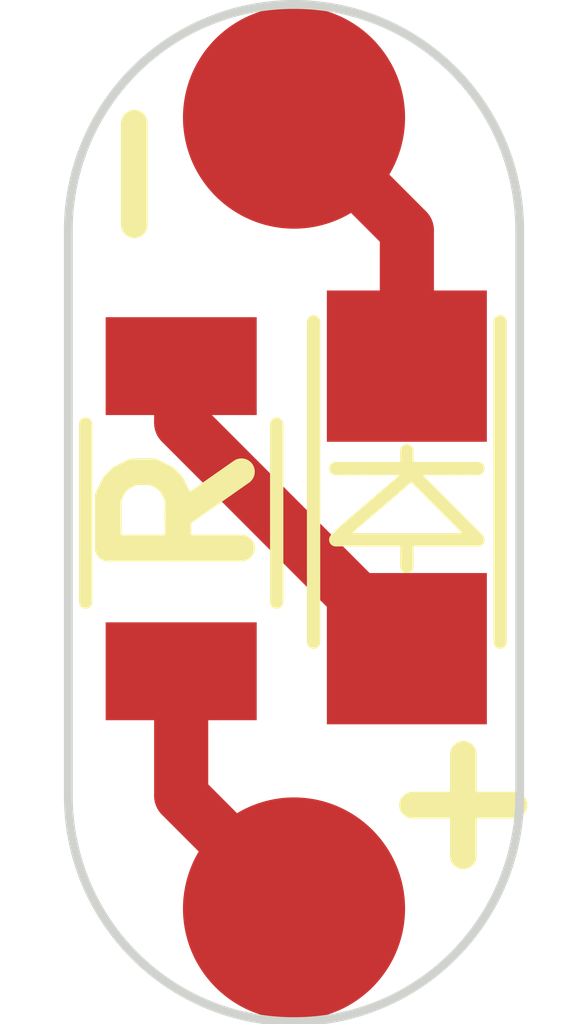
<source format=kicad_pcb>
(kicad_pcb (version 4) (host pcbnew 4.0.6)

  (general
    (links 3)
    (no_connects 0)
    (area 100.279999 62.179999 105.460001 73.710001)
    (thickness 1.6)
    (drawings 9)
    (tracks 6)
    (zones 0)
    (modules 4)
    (nets 4)
  )

  (page USLetter)
  (layers
    (0 F.Cu signal)
    (31 B.Cu signal)
    (34 B.Paste user)
    (35 F.Paste user)
    (36 B.SilkS user)
    (37 F.SilkS user)
    (38 B.Mask user)
    (39 F.Mask user)
    (40 Dwgs.User user)
    (44 Edge.Cuts user)
    (46 B.CrtYd user)
  )

  (setup
    (last_trace_width 0.6096)
    (user_trace_width 0.2032)
    (user_trace_width 0.254)
    (user_trace_width 0.3048)
    (user_trace_width 0.4064)
    (user_trace_width 0.5588)
    (user_trace_width 0.6096)
    (user_trace_width 2.032)
    (trace_clearance 0.1524)
    (zone_clearance 0.35)
    (zone_45_only no)
    (trace_min 0.1524)
    (segment_width 0.4)
    (edge_width 0.1)
    (via_size 0.6858)
    (via_drill 0.3302)
    (via_min_size 0.6858)
    (via_min_drill 0.3302)
    (user_via 1 0.5)
    (uvia_size 0.762)
    (uvia_drill 0.508)
    (uvias_allowed no)
    (uvia_min_size 0.508)
    (uvia_min_drill 0.127)
    (pcb_text_width 0.3)
    (pcb_text_size 1.5 1.5)
    (mod_edge_width 0.15)
    (mod_text_size 1 1)
    (mod_text_width 0.15)
    (pad_size 3 3)
    (pad_drill 0)
    (pad_to_mask_clearance 0)
    (aux_axis_origin 0 0)
    (grid_origin 210.82 95.25)
    (visible_elements 7FFFFFFF)
    (pcbplotparams
      (layerselection 0x010f0_80000000)
      (usegerberextensions true)
      (excludeedgelayer true)
      (linewidth 0.100000)
      (plotframeref false)
      (viasonmask false)
      (mode 1)
      (useauxorigin false)
      (hpglpennumber 1)
      (hpglpenspeed 20)
      (hpglpendiameter 15)
      (hpglpenoverlay 2)
      (psnegative false)
      (psa4output false)
      (plotreference true)
      (plotvalue true)
      (plotinvisibletext false)
      (padsonsilk false)
      (subtractmaskfromsilk false)
      (outputformat 1)
      (mirror false)
      (drillshape 0)
      (scaleselection 1)
      (outputdirectory gerbers/))
  )

  (net 0 "")
  (net 1 GND)
  (net 2 "Net-(D5-Pad2)")
  (net 3 /D5-MISO)

  (net_class Default "This is the default net class."
    (clearance 0.1524)
    (trace_width 0.1524)
    (via_dia 0.6858)
    (via_drill 0.3302)
    (uvia_dia 0.762)
    (uvia_drill 0.508)
    (add_net /D5-MISO)
    (add_net GND)
    (add_net "Net-(D5-Pad2)")
  )

  (module footprints:LED-1206 (layer F.Cu) (tedit 5C8AD87C) (tstamp 5C633066)
    (at 104.14 67.945 270)
    (descr "LED 1206 smd package")
    (tags "LED1206 SMD")
    (path /5B6126D8)
    (attr smd)
    (fp_text reference D5 (at 0 -2.54 270) (layer F.SilkS) hide
      (effects (font (size 1.25 1.25) (thickness 0.3125)))
    )
    (fp_text value LED (at 0 2 270) (layer F.Fab)
      (effects (font (size 1 1) (thickness 0.15)))
    )
    (fp_line (start -0.5 0.7) (end -0.5 0.8) (layer F.SilkS) (width 0.15))
    (fp_line (start -0.5 -0.7) (end -0.5 -0.8) (layer F.SilkS) (width 0.15))
    (fp_line (start 0.3 0) (end 0.6 0) (layer F.SilkS) (width 0.15))
    (fp_line (start 0.3 0.8) (end 0.3 -0.7) (layer F.SilkS) (width 0.15))
    (fp_line (start 0.3 -0.7) (end 0.3 -0.8) (layer F.SilkS) (width 0.15))
    (fp_line (start 0.2 0.7) (end 0.3 0.8) (layer F.SilkS) (width 0.15))
    (fp_line (start 0.2 -0.7) (end 0.3 -0.8) (layer F.SilkS) (width 0.15))
    (fp_line (start -0.7 0) (end -0.5 0) (layer F.SilkS) (width 0.15))
    (fp_line (start -0.5 0.5) (end -0.5 0.7) (layer F.SilkS) (width 0.15))
    (fp_line (start -0.5 -0.5) (end -0.5 -0.7) (layer F.SilkS) (width 0.15))
    (fp_line (start -0.4 0) (end 0.2 0.7) (layer F.SilkS) (width 0.15))
    (fp_line (start 0.2 -0.7) (end -0.4 -0.1) (layer F.SilkS) (width 0.15))
    (fp_line (start -2.15 1.05) (end 1.45 1.05) (layer F.SilkS) (width 0.15))
    (fp_line (start -2.15 -1.05) (end 1.45 -1.05) (layer F.SilkS) (width 0.15))
    (fp_line (start -0.5 -0.5) (end -0.5 0.5) (layer F.SilkS) (width 0.15))
    (fp_line (start 2.5 -1.25) (end -2.5 -1.25) (layer F.CrtYd) (width 0.05))
    (fp_line (start -2.5 -1.25) (end -2.5 1.25) (layer F.CrtYd) (width 0.05))
    (fp_line (start -2.5 1.25) (end 2.5 1.25) (layer F.CrtYd) (width 0.05))
    (fp_line (start 2.5 1.25) (end 2.5 -1.25) (layer F.CrtYd) (width 0.05))
    (pad 2 smd rect (at 1.524 0 90) (size 1.7 1.80086) (layers F.Cu F.Paste F.Mask)
      (net 2 "Net-(D5-Pad2)"))
    (pad 1 smd rect (at -1.651 0 90) (size 1.7 1.80086) (layers F.Cu F.Paste F.Mask)
      (net 1 GND))
    (model LEDs.3dshapes/LED_1206.wrl
      (at (xyz 0 0 0))
      (scale (xyz 1 1 1))
      (rotate (xyz 0 0 0))
    )
  )

  (module footprints:R_1206 (layer F.Cu) (tedit 5C8AD952) (tstamp 5C632FA8)
    (at 101.6 67.945 90)
    (descr "Resistor SMD 1206, reflow soldering, Vishay (see dcrcw.pdf)")
    (tags "resistor 1206")
    (path /5B612743)
    (attr smd)
    (fp_text reference R5 (at 0 0 90) (layer F.SilkS) hide
      (effects (font (size 1.25 1.25) (thickness 0.2)))
    )
    (fp_text value 100 (at 0 -2.54 90) (layer F.SilkS) hide
      (effects (font (size 1 1) (thickness 0.15)))
    )
    (fp_line (start -2.2 -1.2) (end 2.2 -1.2) (layer F.CrtYd) (width 0.05))
    (fp_line (start -2.2 1.2) (end 2.2 1.2) (layer F.CrtYd) (width 0.05))
    (fp_line (start -2.2 -1.2) (end -2.2 1.2) (layer F.CrtYd) (width 0.05))
    (fp_line (start 2.2 -1.2) (end 2.2 1.2) (layer F.CrtYd) (width 0.05))
    (fp_line (start 1 1.075) (end -1 1.075) (layer F.SilkS) (width 0.15))
    (fp_line (start -1 -1.075) (end 1 -1.075) (layer F.SilkS) (width 0.15))
    (pad 1 smd rect (at -1.778 0 90) (size 1.1 1.7) (layers F.Cu F.Paste F.Mask)
      (net 3 /D5-MISO))
    (pad 2 smd rect (at 1.651 0 90) (size 1.1 1.7) (layers F.Cu F.Paste F.Mask)
      (net 2 "Net-(D5-Pad2)"))
    (model Resistors_SMD.3dshapes/R_1206.wrl
      (at (xyz 0 0 0))
      (scale (xyz 1 1 1))
      (rotate (xyz 0 0 0))
    )
  )

  (module footprints:Pad (layer F.Cu) (tedit 5C8AC7D0) (tstamp 5C8CC04C)
    (at 102.87 63.5)
    (path /5C8B43E0)
    (fp_text reference P14 (at 0 0) (layer F.SilkS) hide
      (effects (font (size 0.8 0.8) (thickness 0.15)))
    )
    (fp_text value CONN_01X01 (at 0 0) (layer F.Fab) hide
      (effects (font (size 0.3 0.3) (thickness 0.03175)))
    )
    (pad 1 smd circle (at 0 0) (size 2.5 2.5) (layers F.Cu F.Paste F.Mask)
      (net 1 GND))
  )

  (module footprints:Pad (layer F.Cu) (tedit 5C8AD91C) (tstamp 5C8CC02E)
    (at 102.87 72.39)
    (path /5C8B29F3)
    (fp_text reference P8 (at -2.194 0.93) (layer F.SilkS) hide
      (effects (font (size 0.8 0.8) (thickness 0.15)))
    )
    (fp_text value CONN_01X01 (at 0 0) (layer F.Fab) hide
      (effects (font (size 0.3 0.3) (thickness 0.03175)))
    )
    (pad 1 smd circle (at 0 0) (size 2.5 2.5) (layers F.Cu F.Paste F.Mask)
      (net 3 /D5-MISO))
  )

  (gr_text R (at 101.6 67.945 90) (layer F.SilkS)
    (effects (font (size 1.5 1.5) (thickness 0.3)))
  )
  (gr_text - (at 100.965 64.135 90) (layer F.SilkS)
    (effects (font (size 1.5 1.5) (thickness 0.3)))
  )
  (gr_text + (at 104.775 71.12) (layer F.SilkS)
    (effects (font (size 1.5 1.5) (thickness 0.3)))
  )
  (gr_line (start 100.33 64.77) (end 100.33 71.12) (angle 90) (layer Edge.Cuts) (width 0.1))
  (gr_line (start 105.41 71.12) (end 105.41 64.77) (angle 90) (layer Edge.Cuts) (width 0.1))
  (gr_arc (start 102.87 71.12) (end 105.41 71.12) (angle 90) (layer Edge.Cuts) (width 0.1))
  (gr_arc (start 102.87 71.12) (end 102.87 73.66) (angle 90) (layer Edge.Cuts) (width 0.1))
  (gr_arc (start 102.87 64.77) (end 102.87 62.23) (angle 90) (layer Edge.Cuts) (width 0.1))
  (gr_arc (start 102.87 64.77) (end 100.33 64.77) (angle 90) (layer Edge.Cuts) (width 0.1))

  (segment (start 104.14 66.294) (end 104.14 64.77) (width 0.6096) (layer F.Cu) (net 1))
  (segment (start 104.14 64.77) (end 102.87 63.5) (width 0.6096) (layer F.Cu) (net 1) (tstamp 5C8CC483))
  (segment (start 101.6 66.294) (end 101.6 66.929) (width 0.6096) (layer F.Cu) (net 2))
  (segment (start 101.6 66.929) (end 104.14 69.469) (width 0.6096) (layer F.Cu) (net 2) (tstamp 5C8CC486))
  (segment (start 101.6 69.723) (end 101.6 71.12) (width 0.6096) (layer F.Cu) (net 3))
  (segment (start 101.6 71.12) (end 102.87 72.39) (width 0.6096) (layer F.Cu) (net 3) (tstamp 5C8CC489))

)

</source>
